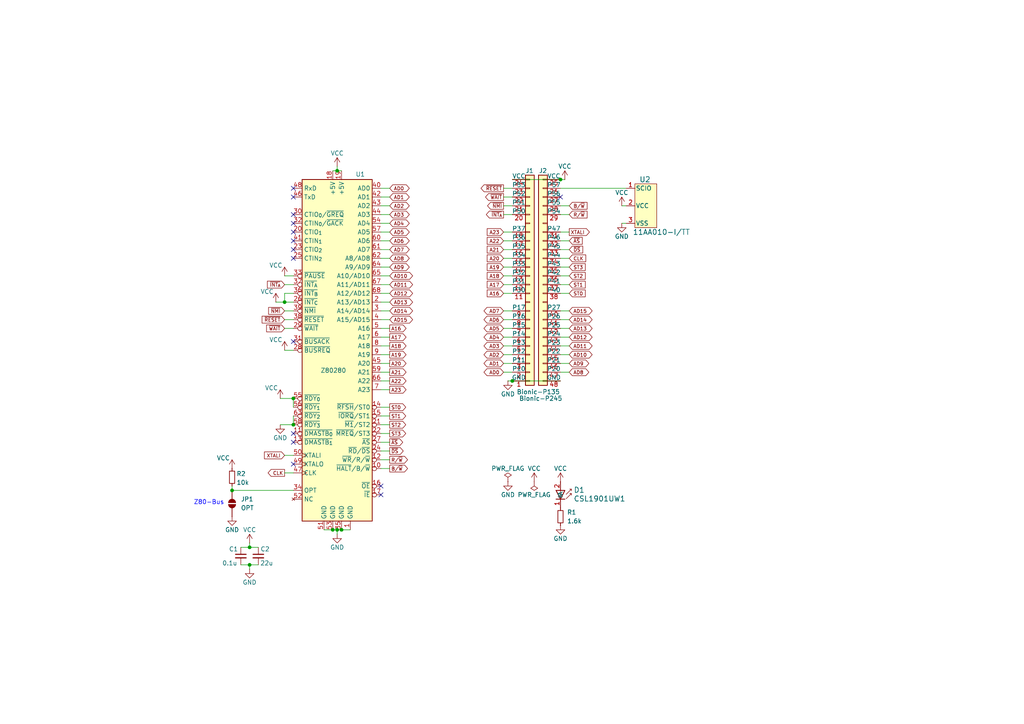
<source format=kicad_sch>
(kicad_sch (version 20250114) (generator "eeschema") (generator_version "9.0")
  (paper "A4")
  (title_block (title "BionicZ280") (date "2025-12-01") (rev "1") (company "Tadashi G. Takaoka"))
  (lib_symbols
    (symbol "Device:C_Small" (pin_numbers (hide yes)) (pin_names (offset 0.254) (hide yes))
      (property "Reference" "C" (at 0.254 1.778 0))
      (property "Value" "C_Small" (at 0.254 -2.032 0))
      (symbol "C_Small_0_1"
        (polyline (pts (xy -1.524 0.508) (xy 1.524 0.508)) (stroke (width 0.3048)))
        (polyline (pts (xy -1.524 -0.508) (xy 1.524 -0.508)) (stroke (width 0.3302)))
      )
      (symbol "C_Small_1_1"
        (pin passive line (at 0 2.54 270) (length 2.032) (name "~") (number "1"))
        (pin passive line (at 0 -2.54 90) (length 2.032) (name "~") (number "2"))
      )
    )
    (symbol "Device:R_Small" (pin_numbers (hide yes)) (pin_names (offset 0.254) (hide yes))
      (property "Reference" "R" (at 0 0 90))
      (property "Value" "R_Small" (at 1.778 0 90))
      (symbol "R_Small_0_1"
        (rectangle (start -0.762 1.778) (end 0.762 -1.778) (stroke (width 0.2032)))
      )
      (symbol "R_Small_1_1"
        (pin passive line (at 0 2.54 270) (length 0.762) (name "~") (number "1"))
        (pin passive line (at 0 -2.54 90) (length 0.762) (name "~") (number "2"))
      )
    )
    (symbol "Jumper:SolderJumper_2_Open" (pin_numbers (hide yes)) (pin_names (offset 0) (hide yes)) (in_bom no)
      (property "Reference" "JP" (at 0 2.032 0))
      (property "Value" "SolderJumper_2_Open" (at 0 -2.54 0))
      (symbol "SolderJumper_2_Open_0_1"
        (polyline (pts (xy -0.254 1.016) (xy -0.254 -1.016)))
        (arc (start -0.254 -1.016) (mid -1.2656 0) (end -0.254 1.016))
        (arc (start -0.254 -1.016) (mid -1.2656 0) (end -0.254 1.016) (fill (type outline)))
        (arc (start 0.254 1.016) (mid 1.2656 0) (end 0.254 -1.016))
        (arc (start 0.254 1.016) (mid 1.2656 0) (end 0.254 -1.016) (fill (type outline)))
        (polyline (pts (xy 0.254 1.016) (xy 0.254 -1.016)))
      )
      (symbol "SolderJumper_2_Open_1_1"
        (pin passive line (at -3.81 0 0) (length 2.54) (name "A") (number "1"))
        (pin passive line (at 3.81 0 180) (length 2.54) (name "B") (number "2"))
      )
    )
    (symbol "bionic:Bionic-P135" (pin_names (offset 0))
      (property "Reference" "J" (at 0 30.48 0))
      (property "Value" "Bionic-P135" (at -1.27 -33.02 0))
      (symbol "Bionic-P135_1_1"
        (rectangle (start 0 28.067) (end -1.27 27.813) (stroke (width 0.1524)))
        (rectangle (start 0 25.527) (end -1.27 25.273) (stroke (width 0.1524)))
        (rectangle (start 0 22.987) (end -1.27 22.733) (stroke (width 0.1524)))
        (rectangle (start 0 20.447) (end -1.27 20.193) (stroke (width 0.1524)))
        (rectangle (start 0 17.907) (end -1.27 17.653) (stroke (width 0.1524)))
        (rectangle (start 0 15.367) (end -1.27 15.113) (stroke (width 0.1524)))
        (rectangle (start 0 12.827) (end -1.27 12.573) (stroke (width 0.1524)))
        (rectangle (start 0 10.287) (end -1.27 10.033) (stroke (width 0.1524)))
        (rectangle (start 0 7.747) (end -1.27 7.493) (stroke (width 0.1524)))
        (rectangle (start 0 5.207) (end -1.27 4.953) (stroke (width 0.1524)))
        (rectangle (start 0 2.667) (end -1.27 2.413) (stroke (width 0.1524)))
        (rectangle (start 0 0.127) (end -1.27 -0.127) (stroke (width 0.1524)))
        (rectangle (start 0 -2.413) (end -1.27 -2.667) (stroke (width 0.1524)))
        (rectangle (start 0 -4.953) (end -1.27 -5.207) (stroke (width 0.1524)))
        (rectangle (start 0 -7.493) (end -1.27 -7.747) (stroke (width 0.1524)))
        (rectangle (start 0 -10.033) (end -1.27 -10.287) (stroke (width 0.1524)))
        (rectangle (start 0 -12.573) (end -1.27 -12.827) (stroke (width 0.1524)))
        (rectangle (start 0 -15.113) (end -1.27 -15.367) (stroke (width 0.1524)))
        (rectangle (start 0 -17.653) (end -1.27 -17.907) (stroke (width 0.1524)))
        (rectangle (start 0 -20.193) (end -1.27 -20.447) (stroke (width 0.1524)))
        (rectangle (start 0 -22.733) (end -1.27 -22.987) (stroke (width 0.1524)))
        (rectangle (start 0 -25.273) (end -1.27 -25.527) (stroke (width 0.1524)))
        (rectangle (start 0 -27.813) (end -1.27 -28.067) (stroke (width 0.1524)))
        (rectangle (start 0 -30.353) (end -1.27 -30.607) (stroke (width 0.1524)))
        (rectangle (start 1.27 29.21) (end -1.27 -31.75) (stroke (width 0.254)) (fill (type background)))
        (pin power_in line (at -5.08 27.94 0) (length 3.81) (name "VCC") (number "24"))
        (pin bidirectional line (at -5.08 25.4 0) (length 3.81) (name "P53") (number "23"))
        (pin bidirectional line (at -5.08 22.86 0) (length 3.81) (name "P52") (number "22"))
        (pin bidirectional line (at -5.08 20.32 0) (length 3.81) (name "P51") (number "21"))
        (pin bidirectional line (at -5.08 17.78 0) (length 3.81) (name "P50") (number "20"))
        (pin bidirectional line (at -5.08 12.7 0) (length 3.81) (name "P37") (number "18"))
        (pin bidirectional line (at -5.08 10.16 0) (length 3.81) (name "P36") (number "17"))
        (pin bidirectional line (at -5.08 7.62 0) (length 3.81) (name "P35") (number "16"))
        (pin bidirectional line (at -5.08 5.08 0) (length 3.81) (name "P34") (number "15"))
        (pin bidirectional line (at -5.08 2.54 0) (length 3.81) (name "P33") (number "14"))
        (pin bidirectional line (at -5.08 0 0) (length 3.81) (name "P32") (number "13"))
        (pin bidirectional line (at -5.08 -2.54 0) (length 3.81) (name "P31") (number "12"))
        (pin bidirectional line (at -5.08 -5.08 0) (length 3.81) (name "P30") (number "11"))
        (pin bidirectional line (at -5.08 -10.16 0) (length 3.81) (name "P17") (number "9"))
        (pin bidirectional line (at -5.08 -12.7 0) (length 3.81) (name "P16") (number "8"))
        (pin bidirectional line (at -5.08 -15.24 0) (length 3.81) (name "P15") (number "7"))
        (pin bidirectional line (at -5.08 -17.78 0) (length 3.81) (name "P14") (number "6"))
        (pin bidirectional line (at -5.08 -20.32 0) (length 3.81) (name "P13") (number "5"))
        (pin bidirectional line (at -5.08 -22.86 0) (length 3.81) (name "P12") (number "4"))
        (pin bidirectional line (at -5.08 -25.4 0) (length 3.81) (name "P11") (number "3"))
        (pin bidirectional line (at -5.08 -27.94 0) (length 3.81) (name "P10") (number "2"))
        (pin power_in line (at -5.08 -30.48 0) (length 3.81) (name "GND") (number "1"))
      )
    )
    (symbol "bionic:Bionic-P245" (pin_names (offset 0))
      (property "Reference" "J" (at -3.81 30.48 0))
      (property "Value" "Bionic-P245" (at -1.27 -33.02 0))
      (symbol "Bionic-P245_1_1"
        (rectangle (start -2.54 29.21) (end -5.08 -31.75) (stroke (width 0.254)) (fill (type background)))
        (rectangle (start -2.54 27.813) (end -3.81 28.067) (stroke (width 0.1524)))
        (rectangle (start -2.54 25.273) (end -3.81 25.527) (stroke (width 0.1524)))
        (rectangle (start -2.54 22.733) (end -3.81 22.987) (stroke (width 0.1524)))
        (rectangle (start -2.54 20.193) (end -3.81 20.447) (stroke (width 0.1524)))
        (rectangle (start -2.54 17.653) (end -3.81 17.907) (stroke (width 0.1524)))
        (rectangle (start -2.54 15.113) (end -3.81 15.367) (stroke (width 0.1524)))
        (rectangle (start -2.54 12.573) (end -3.81 12.827) (stroke (width 0.1524)))
        (rectangle (start -2.54 10.033) (end -3.81 10.287) (stroke (width 0.1524)))
        (rectangle (start -2.54 7.493) (end -3.81 7.747) (stroke (width 0.1524)))
        (rectangle (start -2.54 4.953) (end -3.81 5.207) (stroke (width 0.1524)))
        (rectangle (start -2.54 2.413) (end -3.81 2.667) (stroke (width 0.1524)))
        (rectangle (start -2.54 -0.127) (end -3.81 0.127) (stroke (width 0.1524)))
        (rectangle (start -2.54 -2.667) (end -3.81 -2.413) (stroke (width 0.1524)))
        (rectangle (start -2.54 -5.207) (end -3.81 -4.953) (stroke (width 0.1524)))
        (rectangle (start -2.54 -7.747) (end -3.81 -7.493) (stroke (width 0.1524)))
        (rectangle (start -2.54 -10.287) (end -3.81 -10.033) (stroke (width 0.1524)))
        (rectangle (start -2.54 -12.827) (end -3.81 -12.573) (stroke (width 0.1524)))
        (rectangle (start -2.54 -15.367) (end -3.81 -15.113) (stroke (width 0.1524)))
        (rectangle (start -2.54 -17.907) (end -3.81 -17.653) (stroke (width 0.1524)))
        (rectangle (start -2.54 -20.447) (end -3.81 -20.193) (stroke (width 0.1524)))
        (rectangle (start -2.54 -22.987) (end -3.81 -22.733) (stroke (width 0.1524)))
        (rectangle (start -2.54 -25.527) (end -3.81 -25.273) (stroke (width 0.1524)))
        (rectangle (start -2.54 -28.067) (end -3.81 -27.813) (stroke (width 0.1524)))
        (rectangle (start -2.54 -30.607) (end -3.81 -30.353) (stroke (width 0.1524)))
        (pin power_in line (at 1.27 27.94 180) (length 3.81) (name "VCC") (number "25"))
        (pin bidirectional line (at 1.27 25.4 180) (length 3.81) (name "P57") (number "26"))
        (pin bidirectional line (at 1.27 22.86 180) (length 3.81) (name "P56") (number "27"))
        (pin bidirectional line (at 1.27 20.32 180) (length 3.81) (name "P55") (number "28"))
        (pin bidirectional line (at 1.27 17.78 180) (length 3.81) (name "P54") (number "29"))
        (pin bidirectional line (at 1.27 12.7 180) (length 3.81) (name "P47") (number "31"))
        (pin bidirectional line (at 1.27 10.16 180) (length 3.81) (name "P46") (number "32"))
        (pin bidirectional line (at 1.27 7.62 180) (length 3.81) (name "P45") (number "33"))
        (pin bidirectional line (at 1.27 5.08 180) (length 3.81) (name "P44") (number "34"))
        (pin bidirectional line (at 1.27 2.54 180) (length 3.81) (name "P43") (number "35"))
        (pin bidirectional line (at 1.27 0 180) (length 3.81) (name "P42") (number "36"))
        (pin bidirectional line (at 1.27 -2.54 180) (length 3.81) (name "P41") (number "37"))
        (pin bidirectional line (at 1.27 -5.08 180) (length 3.81) (name "P40") (number "38"))
        (pin bidirectional line (at 1.27 -10.16 180) (length 3.81) (name "P27") (number "40"))
        (pin bidirectional line (at 1.27 -12.7 180) (length 3.81) (name "P26") (number "41"))
        (pin bidirectional line (at 1.27 -15.24 180) (length 3.81) (name "P25") (number "42"))
        (pin bidirectional line (at 1.27 -17.78 180) (length 3.81) (name "P24") (number "43"))
        (pin bidirectional line (at 1.27 -20.32 180) (length 3.81) (name "P23") (number "44"))
        (pin bidirectional line (at 1.27 -22.86 180) (length 3.81) (name "P22") (number "45"))
        (pin bidirectional line (at 1.27 -25.4 180) (length 3.81) (name "P21") (number "46"))
        (pin bidirectional line (at 1.27 -27.94 180) (length 3.81) (name "P20") (number "47"))
        (pin power_in line (at 1.27 -30.48 180) (length 3.81) (name "GND") (number "48"))
      )
    )
    (symbol "cpu:Z80280"
      (property "Reference" "U" (at 6.096 50.038 0))
      (property "Value" "Z80280" (at 2.54 -83.566 0))
      (symbol "Z80280_0_1"
        (rectangle (start -10.16 49.53) (end 10.16 -49.53) (stroke (width 0.254)) (fill (type background)))
      )
      (symbol "Z80280_1_0"
        (pin bidirectional line (at -12.7 34.29 0) (length 2.54) (name "CTIO_{1}") (number "20"))
        (pin input inverted (at -12.7 16.51 0) (length 2.54) (name "~{INT_{B}}") (number "36"))
        (pin input inverted (at -12.7 -13.97 0) (length 2.54) (name "~{RDY_{0}}") (number "55"))
        (pin input inverted (at -12.7 -16.51 0) (length 2.54) (name "~{RDY_{1}}") (number "56"))
        (pin input inverted (at -12.7 -19.05 0) (length 2.54) (name "~{RDY_{2}}") (number "63"))
        (pin input inverted (at -12.7 -21.59 0) (length 2.54) (name "~{RDY_{3}}") (number "58"))
        (pin output inverted (at -12.7 -24.13 0) (length 2.54) (name "~{DMASTB_{0}}") (number "11"))
        (pin input line (at -12.7 -40.64 0) (length 2.54) (name "OPT") (number "34"))
        (pin power_in line (at -1.27 52.07 270) (length 2.54) (name "+5V") (number "18"))
        (pin power_in line (at -1.27 -52.07 90) (length 2.54) (name "GND") (number "53"))
        (pin power_in line (at 1.27 52.07 270) (length 2.54) (name "+5V") (number "19"))
        (pin power_in line (at 3.81 -52.07 90) (length 2.54) (name "GND") (number "1"))
        (pin bidirectional line (at 12.7 36.83 180) (length 2.54) (name "AD4") (number "54"))
        (pin bidirectional line (at 12.7 34.29 180) (length 2.54) (name "AD5") (number "57"))
        (pin bidirectional line (at 12.7 31.75 180) (length 2.54) (name "AD6") (number "60"))
        (pin bidirectional line (at 12.7 29.21 180) (length 2.54) (name "AD7") (number "61"))
        (pin bidirectional line (at 12.7 26.67 180) (length 2.54) (name "A8/AD8") (number "62"))
        (pin bidirectional line (at 12.7 24.13 180) (length 2.54) (name "A9/AD9") (number "64"))
        (pin bidirectional line (at 12.7 16.51 180) (length 2.54) (name "A12/AD12") (number "68"))
        (pin bidirectional line (at 12.7 13.97 180) (length 2.54) (name "A13/AD13") (number "2"))
        (pin output line (at 12.7 3.81 180) (length 2.54) (name "A17") (number "6"))
        (pin output line (at 12.7 -6.35 180) (length 2.54) (name "A21") (number "59"))
        (pin output line (at 12.7 -11.43 180) (length 2.54) (name "A23") (number "7"))
        (pin output inverted (at 12.7 -16.51 180) (length 2.54) (name "~{RFSH}/ST0") (number "14"))
        (pin output inverted (at 12.7 -19.05 180) (length 2.54) (name "~{IORQ}/ST1") (number "15"))
        (pin output inverted (at 12.7 -21.59 180) (length 2.54) (name "~{M1}/ST2") (number "21"))
        (pin output inverted (at 12.7 -24.13 180) (length 2.54) (name "~{MREQ}/ST3") (number "22"))
        (pin output inverted (at 12.7 -39.37 180) (length 2.54) (name "~{OE}") (number "16"))
        (pin output inverted (at 12.7 -41.91 180) (length 2.54) (name "~{IE}") (number "17"))
      )
      (symbol "Z80280_1_1"
        (pin input line (at -12.7 46.99 0) (length 2.54) (name "RxD") (number "48"))
        (pin output line (at -12.7 44.45 0) (length 2.54) (name "TxD") (number "46"))
        (pin bidirectional line (at -12.7 39.37 0) (length 2.54) (name "CTIO_{0}/~{GREQ}") (number "30"))
        (pin input line (at -12.7 36.83 0) (length 2.54) (name "CTIN_{0}/~{GACK}") (number "32"))
        (pin input line (at -12.7 31.75 0) (length 2.54) (name "CTIN_{1}") (number "41"))
        (pin bidirectional line (at -12.7 29.21 0) (length 2.54) (name "CTIO_{2}") (number "23"))
        (pin input line (at -12.7 26.67 0) (length 2.54) (name "CTIN_{2}") (number "25"))
        (pin input inverted (at -12.7 21.59 0) (length 2.54) (name "~{PAUSE}") (number "33"))
        (pin input inverted (at -12.7 19.05 0) (length 2.54) (name "~{INT_{A}}") (number "37"))
        (pin input inverted (at -12.7 13.97 0) (length 2.54) (name "~{INT_{C}}") (number "26"))
        (pin input inverted (at -12.7 11.43 0) (length 2.54) (name "~{NMI}") (number "39"))
        (pin input inverted (at -12.7 8.89 0) (length 2.54) (name "~{RESET}") (number "38"))
        (pin input inverted (at -12.7 6.35 0) (length 2.54) (name "~{WAIT}") (number "29"))
        (pin output inverted (at -12.7 2.54 0) (length 2.54) (name "~{BUSACK}") (number "31"))
        (pin input inverted (at -12.7 0 0) (length 2.54) (name "~{BUSREQ}") (number "28"))
        (pin output inverted (at -12.7 -26.67 0) (length 2.54) (name "~{DMASTB_{1}}") (number "13"))
        (pin input clock (at -12.7 -30.48 0) (length 2.54) (name "XTALI") (number "50"))
        (pin passive clock (at -12.7 -33.02 0) (length 2.54) (name "XTALO") (number "49"))
        (pin output clock (at -12.7 -35.56 0) (length 2.54) (name "CLK") (number "47"))
        (pin no_connect line (at -12.7 -43.18 0) (length 2.54) (name "NC") (number "52"))
        (pin power_in line (at -3.81 -52.07 90) (length 2.54) (name "GND") (number "51"))
        (pin power_in line (at 1.27 -52.07 90) (length 2.54) (name "GND") (number "35"))
        (pin bidirectional line (at 12.7 46.99 180) (length 2.54) (name "AD0") (number "40"))
        (pin bidirectional line (at 12.7 44.45 180) (length 2.54) (name "AD1") (number "42"))
        (pin bidirectional line (at 12.7 41.91 180) (length 2.54) (name "AD2") (number "43"))
        (pin bidirectional line (at 12.7 39.37 180) (length 2.54) (name "AD3") (number "44"))
        (pin bidirectional line (at 12.7 21.59 180) (length 2.54) (name "A10/AD10") (number "65"))
        (pin bidirectional line (at 12.7 19.05 180) (length 2.54) (name "A11/AD11") (number "67"))
        (pin bidirectional line (at 12.7 11.43 180) (length 2.54) (name "A14/AD14") (number "3"))
        (pin bidirectional line (at 12.7 8.89 180) (length 2.54) (name "A15/AD15") (number "4"))
        (pin output line (at 12.7 6.35 180) (length 2.54) (name "A16") (number "5"))
        (pin output line (at 12.7 1.27 180) (length 2.54) (name "A18") (number "8"))
        (pin output line (at 12.7 -1.27 180) (length 2.54) (name "A19") (number "9"))
        (pin output line (at 12.7 -3.81 180) (length 2.54) (name "A20") (number "45"))
        (pin output line (at 12.7 -8.89 180) (length 2.54) (name "A22") (number "66"))
        (pin output inverted (at 12.7 -26.67 180) (length 2.54) (name "~{AS}") (number "27"))
        (pin output inverted (at 12.7 -29.21 180) (length 2.54) (name "~{RD}/~{DS}") (number "24"))
        (pin output inverted (at 12.7 -31.75 180) (length 2.54) (name "~{WR}/R/~{W}") (number "12"))
        (pin output inverted (at 12.7 -34.29 180) (length 2.54) (name "~{HALT}/B/~{W}") (number "10"))
      )
    )
    (symbol "microchip:11AA010-I_TT" (pin_names (offset 0.254))
      (property "Reference" "U" (at 2.54 1.27 0))
      (property "Value" "11AA010-I/TT" (at 3.81 -13.97 0))
      (symbol "11AA010-I_TT_1_1"
        (rectangle (start 0 0) (end 6.35 -12.7) (fill (type background)))
        (pin bidirectional line (at -2.54 -1.27 0) (length 2.54) (name "SCIO") (number "1"))
        (pin power_in line (at -2.54 -6.35 0) (length 2.54) (name "VCC") (number "2"))
        (pin power_in line (at -2.54 -11.43 0) (length 2.54) (name "VSS") (number "3"))
      )
    )
    (symbol "power:GND" (power) (pin_numbers (hide yes)) (pin_names (offset 0) (hide yes))
      (property "Value" "GND" (at 0 -3.81 0))
      (symbol "GND_0_1"
        (polyline (pts (xy 0 0) (xy 0 -1.27) (xy 1.27 -1.27) (xy 0 -2.54) (xy -1.27 -1.27) (xy 0 -1.27)))
      )
      (symbol "GND_1_1"
        (pin power_in line (at 0 0 270) (length 0) (name "~") (number "1"))
      )
    )
    (symbol "power:PWR_FLAG" (power) (pin_numbers (hide yes)) (pin_names (offset 0) (hide yes))
      (property "Value" "PWR_FLAG" (at 0 3.81 0))
      (symbol "PWR_FLAG_0_0"
        (pin power_out line (at 0 0 90) (length 0) (name "~") (number "1"))
      )
      (symbol "PWR_FLAG_0_1"
        (polyline (pts (xy 0 0) (xy 0 1.27) (xy -1.016 1.905) (xy 0 2.54) (xy 1.016 1.905) (xy 0 1.27)))
      )
    )
    (symbol "power:VCC" (power) (pin_numbers (hide yes)) (pin_names (offset 0) (hide yes))
      (property "Value" "VCC" (at 0 3.556 0))
      (symbol "VCC_0_1"
        (polyline (pts (xy -0.762 1.27) (xy 0 2.54)))
        (polyline (pts (xy 0 2.54) (xy 0.762 1.27)))
        (polyline (pts (xy 0 0) (xy 0 2.54)))
      )
      (symbol "VCC_1_1"
        (pin power_in line (at 0 0 90) (length 0) (name "~") (number "1"))
      )
    )
    (symbol "rhom:CSL1901UW1" (pin_names (offset 0.254))
      (property "Reference" "D" (at 3.81 -2.54 0))
      (property "Value" "CSL1901UW1" (at 3.81 -5.08 0))
      (symbol "CSL1901UW1_0_1"
        (polyline (pts (xy 2.159 3.175) (xy 2.667 3.175)))
        (polyline (pts (xy 2.54 0) (xy 5.08 0)))
        (polyline (pts (xy 2.54 -1.27) (xy 5.08 0) (xy 2.54 1.27) (xy 2.54 -1.27)) (stroke (width 0.254)))
        (polyline (pts (xy 3.683 1.651) (xy 2.159 3.175) (xy 2.159 2.667)))
        (polyline (pts (xy 4.953 1.651) (xy 3.429 3.175) (xy 3.429 2.667) (xy 3.429 3.175) (xy 3.937 3.175)))
        (polyline (pts (xy 5.08 1.27) (xy 5.08 -1.27)) (stroke (width 0.254)))
      )
      (symbol "CSL1901UW1_1_1"
        (pin passive line (at 0 0 0) (length 2.54) (name "A") (number "2"))
        (pin passive line (at 7.62 0 180) (length 2.54) (name "K") (number "1"))
      )
      (symbol "CSL1901UW1_1_2"
        (polyline (pts (xy -5.08 8.255) (xy -5.08 7.62)) (stroke (width 0.2032)))
        (polyline (pts (xy -5.08 7.62) (xy -4.445 8.255)) (stroke (width 0.2032)))
        (polyline (pts (xy -4.445 10.16) (xy -4.445 9.525)) (stroke (width 0.2032)))
        (polyline (pts (xy -4.445 9.525) (xy -3.81 10.16)) (stroke (width 0.2032)))
        (polyline (pts (xy -4.445 8.255) (xy -5.08 8.255)) (stroke (width 0.2032)))
        (polyline (pts (xy -4.445 6.35) (xy -3.81 6.985)) (stroke (width 0.2032)))
        (polyline (pts (xy -3.81 10.16) (xy -4.445 10.16)) (stroke (width 0.2032)))
        (polyline (pts (xy -3.81 8.255) (xy -3.175 8.89)) (stroke (width 0.2032)))
        (polyline (pts (xy -3.81 6.985) (xy -5.08 8.255)) (stroke (width 0.2032)))
        (polyline (pts (xy -3.175 8.89) (xy -4.445 10.16)) (stroke (width 0.2032)))
        (polyline (pts (xy -3.175 5.08) (xy -4.445 6.35)) (stroke (width 0.2032)))
        (polyline (pts (xy -2.54 6.985) (xy -3.81 8.255)) (stroke (width 0.2032)))
        (polyline (pts (xy -1.905 3.81) (xy 1.905 3.81)) (stroke (width 0.2032)))
        (polyline (pts (xy 0 6.35) (xy -1.905 3.81)) (stroke (width 0.2032)))
        (polyline (pts (xy 0 6.35) (xy 0 7.62)) (stroke (width 0.2032)))
        (polyline (pts (xy 0 3.175) (xy 0 3.81)) (stroke (width 0.2032)))
        (polyline (pts (xy 0 2.54) (xy 0 3.4798)) (stroke (width 0.2032)))
        (polyline (pts (xy 1.905 6.35) (xy -1.905 6.35)) (stroke (width 0.2032)))
        (polyline (pts (xy 1.905 3.81) (xy 0 6.35)) (stroke (width 0.2032)))
        (pin unspecified line (at 0 10.16 270) (length 2.54) (name "") (number "1"))
        (pin unspecified line (at 0 0 90) (length 2.54) (name "") (number "2"))
      )
    )
  )
  (text "Z80-Bus" (at 65.024 145.796 0) (effects (font (size 1.27 1.27)) (justify right)))
  (junction (at 148.59 110.49))
  (junction (at 85.09 115.57))
  (junction (at 82.55 87.63))
  (junction (at 99.06 153.67))
  (junction (at 97.79 49.53))
  (junction (at 72.39 163.83))
  (junction (at 97.79 153.67))
  (junction (at 96.52 153.67))
  (junction (at 85.09 123.19))
  (junction (at 162.56 52.07))
  (junction (at 72.39 158.75))
  (junction (at 67.31 142.24))
  (no_connect (at 85.09 64.77))
  (no_connect (at 85.09 125.73))
  (no_connect (at 85.09 69.85))
  (no_connect (at 85.09 57.15))
  (no_connect (at 85.09 99.06))
  (no_connect (at 85.09 72.39))
  (no_connect (at 110.49 143.51))
  (no_connect (at 85.09 54.61))
  (no_connect (at 110.49 140.97))
  (no_connect (at 85.09 67.31))
  (no_connect (at 85.09 62.23))
  (no_connect (at 85.09 74.93))
  (no_connect (at 85.09 134.62))
  (no_connect (at 162.56 57.15))
  (no_connect (at 85.09 128.27))
  (wire (pts (xy 146.05 62.23) (xy 148.59 62.23)))
  (wire (pts (xy 163.83 52.07) (xy 162.56 52.07)))
  (wire (pts (xy 162.56 72.39) (xy 165.1 72.39)))
  (wire (pts (xy 82.55 90.17) (xy 85.09 90.17)))
  (wire (pts (xy 110.49 67.31) (xy 113.03 67.31)))
  (wire (pts (xy 146.05 54.61) (xy 148.59 54.61)))
  (wire (pts (xy 110.49 118.11) (xy 113.03 118.11)))
  (wire (pts (xy 74.93 163.83) (xy 72.39 163.83)))
  (wire (pts (xy 162.56 95.25) (xy 165.1 95.25)))
  (wire (pts (xy 110.49 113.03) (xy 113.03 113.03)))
  (wire (pts (xy 110.49 107.95) (xy 113.03 107.95)))
  (wire (pts (xy 146.05 95.25) (xy 148.59 95.25)))
  (wire (pts (xy 69.85 163.83) (xy 72.39 163.83)))
  (wire (pts (xy 110.49 69.85) (xy 113.03 69.85)))
  (wire (pts (xy 99.06 153.67) (xy 101.6 153.67)))
  (wire (pts (xy 110.49 123.19) (xy 113.03 123.19)))
  (wire (pts (xy 162.56 97.79) (xy 165.1 97.79)))
  (wire (pts (xy 146.05 69.85) (xy 148.59 69.85)))
  (wire (pts (xy 110.49 82.55) (xy 113.03 82.55)))
  (wire (pts (xy 148.59 52.07) (xy 162.56 52.07)))
  (wire (pts (xy 162.56 80.01) (xy 165.1 80.01)))
  (wire (pts (xy 82.55 87.63) (xy 85.09 87.63)))
  (wire (pts (xy 147.32 110.49) (xy 148.59 110.49)))
  (wire (pts (xy 181.61 59.69) (xy 180.34 59.69)))
  (wire (pts (xy 110.49 62.23) (xy 113.03 62.23)))
  (wire (pts (xy 110.49 130.81) (xy 113.03 130.81)))
  (wire (pts (xy 146.05 92.71) (xy 148.59 92.71)))
  (wire (pts (xy 72.39 158.75) (xy 72.39 157.48)))
  (wire (pts (xy 110.49 135.89) (xy 113.03 135.89)))
  (wire (pts (xy 181.61 64.77) (xy 180.34 64.77)))
  (wire (pts (xy 110.49 77.47) (xy 113.03 77.47)))
  (wire (pts (xy 67.31 142.24) (xy 85.09 142.24)))
  (wire (pts (xy 162.56 92.71) (xy 165.1 92.71)))
  (wire (pts (xy 146.05 59.69) (xy 148.59 59.69)))
  (wire (pts (xy 110.49 125.73) (xy 113.03 125.73)))
  (wire (pts (xy 110.49 120.65) (xy 113.03 120.65)))
  (wire (pts (xy 162.56 85.09) (xy 165.1 85.09)))
  (wire (pts (xy 67.31 140.97) (xy 67.31 142.24)))
  (wire (pts (xy 146.05 67.31) (xy 148.59 67.31)))
  (wire (pts (xy 93.98 153.67) (xy 96.52 153.67)))
  (wire (pts (xy 82.55 85.09) (xy 82.55 87.63)))
  (wire (pts (xy 146.05 90.17) (xy 148.59 90.17)))
  (wire (pts (xy 146.05 85.09) (xy 148.59 85.09)))
  (wire (pts (xy 162.56 54.61) (xy 181.61 54.61)))
  (wire (pts (xy 162.56 74.93) (xy 165.1 74.93)))
  (wire (pts (xy 110.49 87.63) (xy 113.03 87.63)))
  (wire (pts (xy 146.05 102.87) (xy 148.59 102.87)))
  (wire (pts (xy 85.09 85.09) (xy 82.55 85.09)))
  (wire (pts (xy 148.59 110.49) (xy 162.56 110.49)))
  (wire (pts (xy 82.55 137.16) (xy 85.09 137.16)))
  (wire (pts (xy 146.05 77.47) (xy 148.59 77.47)))
  (wire (pts (xy 110.49 102.87) (xy 113.03 102.87)))
  (wire (pts (xy 162.56 62.23) (xy 165.1 62.23)))
  (wire (pts (xy 162.56 100.33) (xy 165.1 100.33)))
  (wire (pts (xy 110.49 80.01) (xy 113.03 80.01)))
  (wire (pts (xy 110.49 95.25) (xy 113.03 95.25)))
  (wire (pts (xy 162.56 59.69) (xy 165.1 59.69)))
  (wire (pts (xy 96.52 153.67) (xy 97.79 153.67)))
  (wire (pts (xy 146.05 107.95) (xy 148.59 107.95)))
  (wire (pts (xy 81.28 123.19) (xy 85.09 123.19)))
  (wire (pts (xy 162.56 67.31) (xy 165.1 67.31)))
  (wire (pts (xy 110.49 92.71) (xy 113.03 92.71)))
  (wire (pts (xy 97.79 153.67) (xy 99.06 153.67)))
  (wire (pts (xy 110.49 85.09) (xy 113.03 85.09)))
  (wire (pts (xy 72.39 165.1) (xy 72.39 163.83)))
  (wire (pts (xy 110.49 54.61) (xy 113.03 54.61)))
  (wire (pts (xy 162.56 107.95) (xy 165.1 107.95)))
  (wire (pts (xy 82.55 80.01) (xy 85.09 80.01)))
  (wire (pts (xy 146.05 72.39) (xy 148.59 72.39)))
  (wire (pts (xy 162.56 82.55) (xy 165.1 82.55)))
  (wire (pts (xy 80.01 87.63) (xy 82.55 87.63)))
  (wire (pts (xy 162.56 90.17) (xy 165.1 90.17)))
  (wire (pts (xy 146.05 74.93) (xy 148.59 74.93)))
  (wire (pts (xy 110.49 90.17) (xy 113.03 90.17)))
  (wire (pts (xy 146.05 82.55) (xy 148.59 82.55)))
  (wire (pts (xy 110.49 105.41) (xy 113.03 105.41)))
  (wire (pts (xy 97.79 48.26) (xy 97.79 49.53)))
  (wire (pts (xy 162.56 69.85) (xy 165.1 69.85)))
  (wire (pts (xy 72.39 158.75) (xy 74.93 158.75)))
  (wire (pts (xy 85.09 115.57) (xy 85.09 118.11)))
  (wire (pts (xy 82.55 92.71) (xy 85.09 92.71)))
  (wire (pts (xy 110.49 97.79) (xy 113.03 97.79)))
  (wire (pts (xy 82.55 101.6) (xy 85.09 101.6)))
  (wire (pts (xy 110.49 128.27) (xy 113.03 128.27)))
  (wire (pts (xy 82.55 95.25) (xy 85.09 95.25)))
  (wire (pts (xy 162.56 77.47) (xy 165.1 77.47)))
  (wire (pts (xy 146.05 97.79) (xy 148.59 97.79)))
  (wire (pts (xy 82.55 132.08) (xy 85.09 132.08)))
  (wire (pts (xy 146.05 80.01) (xy 148.59 80.01)))
  (wire (pts (xy 162.56 102.87) (xy 165.1 102.87)))
  (wire (pts (xy 110.49 59.69) (xy 113.03 59.69)))
  (wire (pts (xy 146.05 57.15) (xy 148.59 57.15)))
  (wire (pts (xy 85.09 120.65) (xy 85.09 123.19)))
  (wire (pts (xy 110.49 100.33) (xy 113.03 100.33)))
  (wire (pts (xy 146.05 105.41) (xy 148.59 105.41)))
  (wire (pts (xy 146.05 100.33) (xy 148.59 100.33)))
  (wire (pts (xy 110.49 72.39) (xy 113.03 72.39)))
  (wire (pts (xy 110.49 74.93) (xy 113.03 74.93)))
  (wire (pts (xy 82.55 82.55) (xy 85.09 82.55)))
  (wire (pts (xy 162.56 105.41) (xy 165.1 105.41)))
  (wire (pts (xy 96.52 49.53) (xy 97.79 49.53)))
  (wire (pts (xy 110.49 133.35) (xy 113.03 133.35)))
  (wire (pts (xy 97.79 153.67) (xy 97.79 154.94)))
  (wire (pts (xy 110.49 57.15) (xy 113.03 57.15)))
  (wire (pts (xy 110.49 110.49) (xy 113.03 110.49)))
  (wire (pts (xy 97.79 49.53) (xy 99.06 49.53)))
  (wire (pts (xy 81.28 115.57) (xy 85.09 115.57)))
  (wire (pts (xy 110.49 64.77) (xy 113.03 64.77)))
  (wire (pts (xy 69.85 158.75) (xy 72.39 158.75)))
  (global_label "A20" (shape input) (at 146.05 74.93 180) (effects (font (size 1.016 1.016))) (property "Intersheetrefs" "${INTERSHEET_REFS}" (effects (hide yes))))
  (global_label "R{slash}~{W}" (shape output) (at 113.03 133.35 0) (effects (font (size 1.016 1.016))) (property "Intersheetrefs" "${INTERSHEET_REFS}" (effects (hide yes))))
  (global_label "AD6" (shape bidirectional) (at 146.05 92.71 180) (effects (font (size 1.016 1.016))) (property "Intersheetrefs" "${INTERSHEET_REFS}" (effects (hide yes))))
  (global_label "A21" (shape input) (at 146.05 72.39 180) (effects (font (size 1.016 1.016))) (property "Intersheetrefs" "${INTERSHEET_REFS}" (effects (hide yes))))
  (global_label "AD12" (shape bidirectional) (at 165.1 97.79 0) (effects (font (size 1.016 1.016))) (property "Intersheetrefs" "${INTERSHEET_REFS}" (effects (hide yes))))
  (global_label "AD5" (shape bidirectional) (at 113.03 67.31 0) (effects (font (size 1.016 1.016))) (property "Intersheetrefs" "${INTERSHEET_REFS}" (effects (hide yes))))
  (global_label "~{AS}" (shape output) (at 113.03 128.27 0) (effects (font (size 1.016 1.016))) (property "Intersheetrefs" "${INTERSHEET_REFS}" (effects (hide yes))))
  (global_label "AD8" (shape bidirectional) (at 165.1 107.95 0) (effects (font (size 1.016 1.016))) (property "Intersheetrefs" "${INTERSHEET_REFS}" (effects (hide yes))))
  (global_label "~{NMI}" (shape input) (at 82.55 90.17 180) (effects (font (size 1.016 1.016))) (property "Intersheetrefs" "${INTERSHEET_REFS}" (effects (hide yes))))
  (global_label "AD13" (shape bidirectional) (at 113.03 87.63 0) (effects (font (size 1.016 1.016))) (property "Intersheetrefs" "${INTERSHEET_REFS}" (effects (hide yes))))
  (global_label "AD4" (shape bidirectional) (at 146.05 97.79 180) (effects (font (size 1.016 1.016))) (property "Intersheetrefs" "${INTERSHEET_REFS}" (effects (hide yes))))
  (global_label "AD1" (shape bidirectional) (at 113.03 57.15 0) (effects (font (size 1.016 1.016))) (property "Intersheetrefs" "${INTERSHEET_REFS}" (effects (hide yes))))
  (global_label "AD9" (shape bidirectional) (at 165.1 105.41 0) (effects (font (size 1.016 1.016))) (property "Intersheetrefs" "${INTERSHEET_REFS}" (effects (hide yes))))
  (global_label "AD3" (shape bidirectional) (at 113.03 62.23 0) (effects (font (size 1.016 1.016))) (property "Intersheetrefs" "${INTERSHEET_REFS}" (effects (hide yes))))
  (global_label "AD12" (shape bidirectional) (at 113.03 85.09 0) (effects (font (size 1.016 1.016))) (property "Intersheetrefs" "${INTERSHEET_REFS}" (effects (hide yes))))
  (global_label "AD8" (shape bidirectional) (at 113.03 74.93 0) (effects (font (size 1.016 1.016))) (property "Intersheetrefs" "${INTERSHEET_REFS}" (effects (hide yes))))
  (global_label "A21" (shape output) (at 113.03 107.95 0) (effects (font (size 1.016 1.016))) (property "Intersheetrefs" "${INTERSHEET_REFS}" (effects (hide yes))))
  (global_label "AD7" (shape bidirectional) (at 146.05 90.17 180) (effects (font (size 1.016 1.016))) (property "Intersheetrefs" "${INTERSHEET_REFS}" (effects (hide yes))))
  (global_label "~{DS}" (shape input) (at 165.1 72.39 0) (effects (font (size 1.016 1.016))) (property "Intersheetrefs" "${INTERSHEET_REFS}" (effects (hide yes))))
  (global_label "~{WAIT}" (shape output) (at 146.05 57.15 180) (effects (font (size 1.016 1.016))) (property "Intersheetrefs" "${INTERSHEET_REFS}" (effects (hide yes))))
  (global_label "~{INT_{A}}" (shape input) (at 82.55 82.55 180) (effects (font (size 1.016 1.016))) (property "Intersheetrefs" "${INTERSHEET_REFS}" (effects (hide yes))))
  (global_label "AD15" (shape bidirectional) (at 113.03 92.71 0) (effects (font (size 1.016 1.016))) (property "Intersheetrefs" "${INTERSHEET_REFS}" (effects (hide yes))))
  (global_label "AD9" (shape bidirectional) (at 113.03 77.47 0) (effects (font (size 1.016 1.016))) (property "Intersheetrefs" "${INTERSHEET_REFS}" (effects (hide yes))))
  (global_label "XTALI" (shape output) (at 165.1 67.31 0) (effects (font (size 1.016 1.016))) (property "Intersheetrefs" "${INTERSHEET_REFS}" (effects (hide yes))))
  (global_label "~{NMI}" (shape output) (at 146.05 59.69 180) (effects (font (size 1.016 1.016))) (property "Intersheetrefs" "${INTERSHEET_REFS}" (effects (hide yes))))
  (global_label "ST3" (shape input) (at 165.1 77.47 0) (effects (font (size 1.016 1.016))) (property "Intersheetrefs" "${INTERSHEET_REFS}" (effects (hide yes))))
  (global_label "AD5" (shape bidirectional) (at 146.05 95.25 180) (effects (font (size 1.016 1.016))) (property "Intersheetrefs" "${INTERSHEET_REFS}" (effects (hide yes))))
  (global_label "A23" (shape input) (at 146.05 67.31 180) (effects (font (size 1.016 1.016))) (property "Intersheetrefs" "${INTERSHEET_REFS}" (effects (hide yes))))
  (global_label "R{slash}~{W}" (shape input) (at 165.1 62.23 0) (effects (font (size 1.016 1.016))) (property "Intersheetrefs" "${INTERSHEET_REFS}" (effects (hide yes))))
  (global_label "AD2" (shape bidirectional) (at 113.03 59.69 0) (effects (font (size 1.016 1.016))) (property "Intersheetrefs" "${INTERSHEET_REFS}" (effects (hide yes))))
  (global_label "CLK" (shape input) (at 165.1 74.93 0) (effects (font (size 1.016 1.016))) (property "Intersheetrefs" "${INTERSHEET_REFS}" (effects (hide yes))))
  (global_label "A19" (shape output) (at 113.03 102.87 0) (effects (font (size 1.016 1.016))) (property "Intersheetrefs" "${INTERSHEET_REFS}" (effects (hide yes))))
  (global_label "ST0" (shape output) (at 113.03 118.11 0) (effects (font (size 1.016 1.016))) (property "Intersheetrefs" "${INTERSHEET_REFS}" (effects (hide yes))))
  (global_label "A22" (shape output) (at 113.03 110.49 0) (effects (font (size 1.016 1.016))) (property "Intersheetrefs" "${INTERSHEET_REFS}" (effects (hide yes))))
  (global_label "CLK" (shape output) (at 82.55 137.16 180) (effects (font (size 1.016 1.016))) (property "Intersheetrefs" "${INTERSHEET_REFS}" (effects (hide yes))))
  (global_label "AD0" (shape bidirectional) (at 113.03 54.61 0) (effects (font (size 1.016 1.016))) (property "Intersheetrefs" "${INTERSHEET_REFS}" (effects (hide yes))))
  (global_label "AD10" (shape bidirectional) (at 165.1 102.87 0) (effects (font (size 1.016 1.016))) (property "Intersheetrefs" "${INTERSHEET_REFS}" (effects (hide yes))))
  (global_label "A19" (shape input) (at 146.05 77.47 180) (effects (font (size 1.016 1.016))) (property "Intersheetrefs" "${INTERSHEET_REFS}" (effects (hide yes))))
  (global_label "A20" (shape output) (at 113.03 105.41 0) (effects (font (size 1.016 1.016))) (property "Intersheetrefs" "${INTERSHEET_REFS}" (effects (hide yes))))
  (global_label "AD14" (shape bidirectional) (at 165.1 92.71 0) (effects (font (size 1.016 1.016))) (property "Intersheetrefs" "${INTERSHEET_REFS}" (effects (hide yes))))
  (global_label "A17" (shape input) (at 146.05 82.55 180) (effects (font (size 1.016 1.016))) (property "Intersheetrefs" "${INTERSHEET_REFS}" (effects (hide yes))))
  (global_label "AD3" (shape bidirectional) (at 146.05 100.33 180) (effects (font (size 1.016 1.016))) (property "Intersheetrefs" "${INTERSHEET_REFS}" (effects (hide yes))))
  (global_label "XTALI" (shape input) (at 82.55 132.08 180) (effects (font (size 1.016 1.016))) (property "Intersheetrefs" "${INTERSHEET_REFS}" (effects (hide yes))))
  (global_label "ST2" (shape output) (at 113.03 123.19 0) (effects (font (size 1.016 1.016))) (property "Intersheetrefs" "${INTERSHEET_REFS}" (effects (hide yes))))
  (global_label "AD6" (shape bidirectional) (at 113.03 69.85 0) (effects (font (size 1.016 1.016))) (property "Intersheetrefs" "${INTERSHEET_REFS}" (effects (hide yes))))
  (global_label "A16" (shape output) (at 113.03 95.25 0) (effects (font (size 1.016 1.016))) (property "Intersheetrefs" "${INTERSHEET_REFS}" (effects (hide yes))))
  (global_label "AD11" (shape bidirectional) (at 113.03 82.55 0) (effects (font (size 1.016 1.016))) (property "Intersheetrefs" "${INTERSHEET_REFS}" (effects (hide yes))))
  (global_label "~{RESET}" (shape output) (at 146.05 54.61 180) (effects (font (size 1.016 1.016))) (property "Intersheetrefs" "${INTERSHEET_REFS}" (effects (hide yes))))
  (global_label "A18" (shape input) (at 146.05 80.01 180) (effects (font (size 1.016 1.016))) (property "Intersheetrefs" "${INTERSHEET_REFS}" (effects (hide yes))))
  (global_label "AD11" (shape bidirectional) (at 165.1 100.33 0) (effects (font (size 1.016 1.016))) (property "Intersheetrefs" "${INTERSHEET_REFS}" (effects (hide yes))))
  (global_label "AD1" (shape bidirectional) (at 146.05 105.41 180) (effects (font (size 1.016 1.016))) (property "Intersheetrefs" "${INTERSHEET_REFS}" (effects (hide yes))))
  (global_label "AD7" (shape bidirectional) (at 113.03 72.39 0) (effects (font (size 1.016 1.016))) (property "Intersheetrefs" "${INTERSHEET_REFS}" (effects (hide yes))))
  (global_label "AD10" (shape bidirectional) (at 113.03 80.01 0) (effects (font (size 1.016 1.016))) (property "Intersheetrefs" "${INTERSHEET_REFS}" (effects (hide yes))))
  (global_label "AD14" (shape bidirectional) (at 113.03 90.17 0) (effects (font (size 1.016 1.016))) (property "Intersheetrefs" "${INTERSHEET_REFS}" (effects (hide yes))))
  (global_label "AD0" (shape bidirectional) (at 146.05 107.95 180) (effects (font (size 1.016 1.016))) (property "Intersheetrefs" "${INTERSHEET_REFS}" (effects (hide yes))))
  (global_label "ST3" (shape output) (at 113.03 125.73 0) (effects (font (size 1.016 1.016))) (property "Intersheetrefs" "${INTERSHEET_REFS}" (effects (hide yes))))
  (global_label "ST2" (shape input) (at 165.1 80.01 0) (effects (font (size 1.016 1.016))) (property "Intersheetrefs" "${INTERSHEET_REFS}" (effects (hide yes))))
  (global_label "~{AS}" (shape input) (at 165.1 69.85 0) (effects (font (size 1.016 1.016))) (property "Intersheetrefs" "${INTERSHEET_REFS}" (effects (hide yes))))
  (global_label "B{slash}~{W}" (shape input) (at 165.1 59.69 0) (effects (font (size 1.016 1.016))) (property "Intersheetrefs" "${INTERSHEET_REFS}" (effects (hide yes))))
  (global_label "A23" (shape output) (at 113.03 113.03 0) (effects (font (size 1.016 1.016))) (property "Intersheetrefs" "${INTERSHEET_REFS}" (effects (hide yes))))
  (global_label "ST1" (shape output) (at 113.03 120.65 0) (effects (font (size 1.016 1.016))) (property "Intersheetrefs" "${INTERSHEET_REFS}" (effects (hide yes))))
  (global_label "~{RESET}" (shape input) (at 82.55 92.71 180) (effects (font (size 1.016 1.016))) (property "Intersheetrefs" "${INTERSHEET_REFS}" (effects (hide yes))))
  (global_label "B{slash}~{W}" (shape output) (at 113.03 135.89 0) (effects (font (size 1.016 1.016))) (property "Intersheetrefs" "${INTERSHEET_REFS}" (effects (hide yes))))
  (global_label "ST1" (shape input) (at 165.1 82.55 0) (effects (font (size 1.016 1.016))) (property "Intersheetrefs" "${INTERSHEET_REFS}" (effects (hide yes))))
  (global_label "~{WAIT}" (shape input) (at 82.55 95.25 180) (effects (font (size 1.016 1.016))) (property "Intersheetrefs" "${INTERSHEET_REFS}" (effects (hide yes))))
  (global_label "AD15" (shape bidirectional) (at 165.1 90.17 0) (effects (font (size 1.016 1.016))) (property "Intersheetrefs" "${INTERSHEET_REFS}" (effects (hide yes))))
  (global_label "AD13" (shape bidirectional) (at 165.1 95.25 0) (effects (font (size 1.016 1.016))) (property "Intersheetrefs" "${INTERSHEET_REFS}" (effects (hide yes))))
  (global_label "AD4" (shape bidirectional) (at 113.03 64.77 0) (effects (font (size 1.016 1.016))) (property "Intersheetrefs" "${INTERSHEET_REFS}" (effects (hide yes))))
  (global_label "AD2" (shape bidirectional) (at 146.05 102.87 180) (effects (font (size 1.016 1.016))) (property "Intersheetrefs" "${INTERSHEET_REFS}" (effects (hide yes))))
  (global_label "~{DS}" (shape output) (at 113.03 130.81 0) (effects (font (size 1.016 1.016))) (property "Intersheetrefs" "${INTERSHEET_REFS}" (effects (hide yes))))
  (global_label "ST0" (shape input) (at 165.1 85.09 0) (effects (font (size 1.016 1.016))) (property "Intersheetrefs" "${INTERSHEET_REFS}" (effects (hide yes))))
  (global_label "A22" (shape input) (at 146.05 69.85 180) (effects (font (size 1.016 1.016))) (property "Intersheetrefs" "${INTERSHEET_REFS}" (effects (hide yes))))
  (global_label "A16" (shape input) (at 146.05 85.09 180) (effects (font (size 1.016 1.016))) (property "Intersheetrefs" "${INTERSHEET_REFS}" (effects (hide yes))))
  (global_label "A18" (shape output) (at 113.03 100.33 0) (effects (font (size 1.016 1.016))) (property "Intersheetrefs" "${INTERSHEET_REFS}" (effects (hide yes))))
  (global_label "A17" (shape output) (at 113.03 97.79 0) (effects (font (size 1.016 1.016))) (property "Intersheetrefs" "${INTERSHEET_REFS}" (effects (hide yes))))
  (global_label "~{INT_{A}}" (shape output) (at 146.05 62.23 180) (effects (font (size 1.016 1.016))) (property "Intersheetrefs" "${INTERSHEET_REFS}" (effects (hide yes))))
  (symbol (lib_id "Device:C_Small") (at 69.85 161.29 0) (mirror y) (unit 1)
    (property "Reference" "C1" (at 69.088 159.258 0) (effects (justify left)))
    (property "Value" "0.1u" (at 68.834 163.322 0) (effects (justify left)))
    (property "Footprint" "Capacitor_SMD:C_0603_1608Metric_Pad1.08x0.95mm_HandSolder" (effects (hide yes)))
  )
  (symbol (lib_id "power:GND") (at 72.39 165.1 0) (unit 1)
    (property "Reference" "#PWR09" (effects (hide yes)))
    (property "Value" "GND" (at 72.39 168.91 0))
    (property "Description" "Power symbol creates a global label with name \"GND\" , ground" (effects (hide yes)))
  )
  (symbol (lib_id "power:VCC") (at 80.01 87.63 0) (unit 1)
    (property "Reference" "#PWR014" (effects (hide yes)))
    (property "Value" "VCC" (at 77.47 84.582 0))
    (property "Description" "Power symbol creates a global label with name \"VCC\"" (effects (hide yes)))
  )
  (symbol (lib_id "power:VCC") (at 154.94 139.7 0) (unit 1)
    (property "Reference" "#PWR010" (effects (hide yes)))
    (property "Value" "VCC" (at 154.94 135.89 0))
    (property "Description" "Power symbol creates a global label with name \"VCC\"" (effects (hide yes)))
  )
  (symbol (lib_id "power:PWR_FLAG") (at 147.32 139.7 0) (unit 1)
    (property "Reference" "#FLG01" (effects (hide yes)))
    (property "Value" "PWR_FLAG" (at 147.32 135.89 0))
    (property "Description" "Special symbol for telling ERC where power comes from" (effects (hide yes)))
  )
  (symbol (lib_id "Device:C_Small") (at 74.93 161.29 0) (mirror y) (unit 1)
    (property "Reference" "C2" (at 78.232 159.258 0) (effects (justify left)))
    (property "Value" "22u" (at 79.248 163.322 0) (effects (justify left)))
    (property "Footprint" "Capacitor_SMD:C_0603_1608Metric_Pad1.08x0.95mm_HandSolder" (effects (hide yes)))
  )
  (symbol (lib_id "power:VCC") (at 72.39 157.48 0) (unit 1)
    (property "Reference" "#PWR03" (effects (hide yes)))
    (property "Value" "VCC" (at 72.39 153.67 0))
    (property "Description" "Power symbol creates a global label with name \"VCC\"" (effects (hide yes)))
  )
  (symbol (lib_id "power:VCC") (at 162.56 139.7 0) (unit 1)
    (property "Reference" "#PWR08" (effects (hide yes)))
    (property "Value" "VCC" (at 162.56 135.89 0))
    (property "Description" "Power symbol creates a global label with name \"VCC\"" (effects (hide yes)))
  )
  (symbol (lib_id "bionic:Bionic-P245") (at 161.29 80.01 0) (unit 1)
    (property "Reference" "J2" (at 157.48 49.53 0))
    (property "Value" "Bionic-P245" (at 156.845 115.57 0))
    (property "Footprint" "bionic:Bionic-P245_SMT" (effects (hide yes)))
    (property "Description" "Generic connector, single row, 01x24, script generated (kicad-library-utils/schlib/autogen/connector/)" (effects (hide yes)))
  )
  (symbol (lib_id "power:PWR_FLAG") (at 154.94 139.7 180) (unit 1)
    (property "Reference" "#FLG02" (effects (hide yes)))
    (property "Value" "PWR_FLAG" (at 154.94 143.51 0))
    (property "Description" "Special symbol for telling ERC where power comes from" (effects (hide yes)))
  )
  (symbol (lib_id "power:GND") (at 147.32 139.7 0) (unit 1)
    (property "Reference" "#PWR05" (effects (hide yes)))
    (property "Value" "GND" (at 147.32 143.51 0))
    (property "Description" "Power symbol creates a global label with name \"GND\" , ground" (effects (hide yes)))
  )
  (symbol (lib_id "Device:R_Small") (at 162.56 149.86 0) (unit 1)
    (property "Reference" "R1" (at 164.465 148.59 0) (effects (justify left)))
    (property "Value" "1.6k" (at 164.465 151.13 0) (effects (justify left)))
    (property "Footprint" "Resistor_SMD:R_0603_1608Metric_Pad0.98x0.95mm_HandSolder" (effects (hide yes)))
    (property "Description" "Resistor, small symbol" (effects (hide yes)))
  )
  (symbol (lib_id "power:GND") (at 81.28 123.19 0) (unit 1)
    (property "Reference" "#PWR018" (effects (hide yes)))
    (property "Value" "GND" (at 81.28 127 0))
    (property "Description" "Power symbol creates a global label with name \"GND\" , ground" (effects (hide yes)))
  )
  (symbol (lib_id "power:GND") (at 67.31 149.86 0) (unit 1)
    (property "Reference" "#PWR019" (effects (hide yes)))
    (property "Value" "GND" (at 67.31 153.67 0))
    (property "Description" "Power symbol creates a global label with name \"GND\" , ground" (effects (hide yes)))
  )
  (symbol (lib_id "power:GND") (at 162.56 152.4 0) (unit 1)
    (property "Reference" "#PWR04" (effects (hide yes)))
    (property "Value" "GND" (at 162.56 156.21 0))
    (property "Description" "Power symbol creates a global label with name \"GND\" , ground" (effects (hide yes)))
  )
  (symbol (lib_id "Jumper:SolderJumper_2_Open") (at 67.31 146.05 90) (unit 1) (in_bom no)
    (property "Reference" "JP1" (at 69.85 144.7799 90) (effects (justify right)))
    (property "Value" "OPT" (at 69.85 147.3199 90) (effects (justify right)))
    (property "Footprint" "Jumper:SolderJumper-2_P1.3mm_Open_TrianglePad1.0x1.5mm" (effects (hide yes)))
    (property "Description" "Solder Jumper, 2-pole, open" (effects (hide yes)))
  )
  (symbol (lib_id "power:GND") (at 97.79 154.94 0) (unit 1)
    (property "Reference" "#PWR011" (effects (hide yes)))
    (property "Value" "GND" (at 97.79 158.75 0))
    (property "Description" "Power symbol creates a global label with name \"GND\" , ground" (effects (hide yes)))
  )
  (symbol (lib_id "power:VCC") (at 180.34 59.69 0) (unit 1)
    (property "Reference" "#PWR07" (effects (hide yes)))
    (property "Value" "VCC" (at 180.34 55.88 0))
    (property "Description" "Power symbol creates a global label with name \"VCC\"" (effects (hide yes)))
  )
  (symbol (lib_id "Device:R_Small") (at 67.31 138.43 0) (unit 1)
    (property "Reference" "R2" (at 68.58 137.414 0) (effects (justify left)))
    (property "Value" "10k" (at 68.58 139.954 0) (effects (justify left)))
    (property "Footprint" "Resistor_SMD:R_0603_1608Metric_Pad0.98x0.95mm_HandSolder" (effects (hide yes)))
    (property "Description" "Resistor, small symbol" (effects (hide yes)))
  )
  (symbol (lib_id "rhom:CSL1901UW1") (at 162.56 139.7 270) (unit 1)
    (property "Reference" "D1" (at 166.37 142.1129 90) (effects (font (size 1.524 1.524)) (justify left)))
    (property "Value" "CSL1901UW1" (at 166.37 144.6529 90) (effects (font (size 1.524 1.524)) (justify left)))
    (property "Footprint" "rhom:LED_CSL1901UW1_ROM-M" (effects (hide yes)))
    (property "Datasheet" "https://fscdn.rohm.com/en/products/databook/datasheet/opto/led/chip_mono/csl1901uw1-e.pdf" (effects (hide yes)))
    (property "Description" "Red LED (Low Current Emission, SMD)" (effects (hide yes)))
  )
  (symbol (lib_id "power:GND") (at 180.34 64.77 0) (unit 1)
    (property "Reference" "#PWR02" (effects (hide yes)))
    (property "Value" "GND" (at 180.34 68.58 0))
    (property "Description" "Power symbol creates a global label with name \"GND\" , ground" (effects (hide yes)))
  )
  (symbol (lib_id "power:VCC") (at 82.55 101.6 0) (unit 1)
    (property "Reference" "#PWR015" (effects (hide yes)))
    (property "Value" "VCC" (at 80.01 98.552 0))
    (property "Description" "Power symbol creates a global label with name \"VCC\"" (effects (hide yes)))
  )
  (symbol (lib_id "power:VCC") (at 67.31 135.89 0) (unit 1)
    (property "Reference" "#PWR013" (effects (hide yes)))
    (property "Value" "VCC" (at 64.77 132.842 0))
    (property "Description" "Power symbol creates a global label with name \"VCC\"" (effects (hide yes)))
  )
  (symbol (lib_id "microchip:11AA010-I_TT") (at 184.15 53.34 0) (unit 1)
    (property "Reference" "U2" (at 185.42 52.07 0) (effects (font (size 1.524 1.524)) (justify left)))
    (property "Value" "11AA010-I/TT" (at 183.515 67.31 0) (effects (font (size 1.524 1.524)) (justify left)))
    (property "Footprint" "microchip:SOT-23_MC_MCH-M" (effects (hide yes)))
    (property "Datasheet" "11AA010-I/TO" (effects (hide yes)))
    (property "Description" "UNI/O Serial EEPROM (1Kbit)" (effects (hide yes)))
  )
  (symbol (lib_id "power:VCC") (at 163.83 52.07 0) (unit 1)
    (property "Reference" "#PWR06" (effects (hide yes)))
    (property "Value" "VCC" (at 163.83 48.26 0))
    (property "Description" "Power symbol creates a global label with name \"VCC\"" (effects (hide yes)))
  )
  (symbol (lib_id "cpu:Z80280") (at 97.79 101.6 0) (unit 1)
    (property "Reference" "U1" (at 103.124 50.546 0) (effects (justify left)))
    (property "Value" "Z80280" (at 92.964 107.442 0) (effects (justify left)))
    (property "Footprint" "3m:846821B1RKTP" (effects (hide yes)))
    (property "Datasheet" "https://oldcomputers.dyndns.org/public/pub/rechner/zilog/z280/manual/z280mpu_specification.pdf" (effects (hide yes)))
    (property "Description" "8-bit General Purpose Microprocessor, PLCC-68" (effects (hide yes)))
    (property "Technical Manual" "https://oldcomputers.dyndns.org/public/pub/rechner/zilog/z280/manual/z280_mpu_(ocr_bw_300).pdf" (effects (hide yes)))
  )
  (symbol (lib_id "power:VCC") (at 82.55 80.01 0) (unit 1)
    (property "Reference" "#PWR016" (effects (hide yes)))
    (property "Value" "VCC" (at 80.01 76.962 0))
    (property "Description" "Power symbol creates a global label with name \"VCC\"" (effects (hide yes)))
  )
  (symbol (lib_id "power:VCC") (at 97.79 48.26 0) (unit 1)
    (property "Reference" "#PWR012" (effects (hide yes)))
    (property "Value" "VCC" (at 97.79 44.45 0))
    (property "Description" "Power symbol creates a global label with name \"VCC\"" (effects (hide yes)))
  )
  (symbol (lib_id "power:GND") (at 147.32 110.49 0) (unit 1)
    (property "Reference" "#PWR01" (effects (hide yes)))
    (property "Value" "GND" (at 147.32 114.3 0))
    (property "Description" "Power symbol creates a global label with name \"GND\" , ground" (effects (hide yes)))
  )
  (symbol (lib_id "bionic:Bionic-P135") (at 153.67 80.01 0) (unit 1)
    (property "Reference" "J1" (at 152.4 49.53 0) (effects (justify left)))
    (property "Value" "Bionic-P135" (at 149.86 113.665 0) (effects (justify left)))
    (property "Footprint" "bionic:Bionic-P135_SMT" (effects (hide yes)))
    (property "Description" "Generic connector, single row, 01x24, script generated (kicad-library-utils/schlib/autogen/connector/)" (effects (hide yes)))
  )
  (symbol (lib_id "power:VCC") (at 81.28 115.57 0) (unit 1)
    (property "Reference" "#PWR017" (effects (hide yes)))
    (property "Value" "VCC" (at 78.74 112.522 0))
    (property "Description" "Power symbol creates a global label with name \"VCC\"" (effects (hide yes)))
  )
)
</source>
